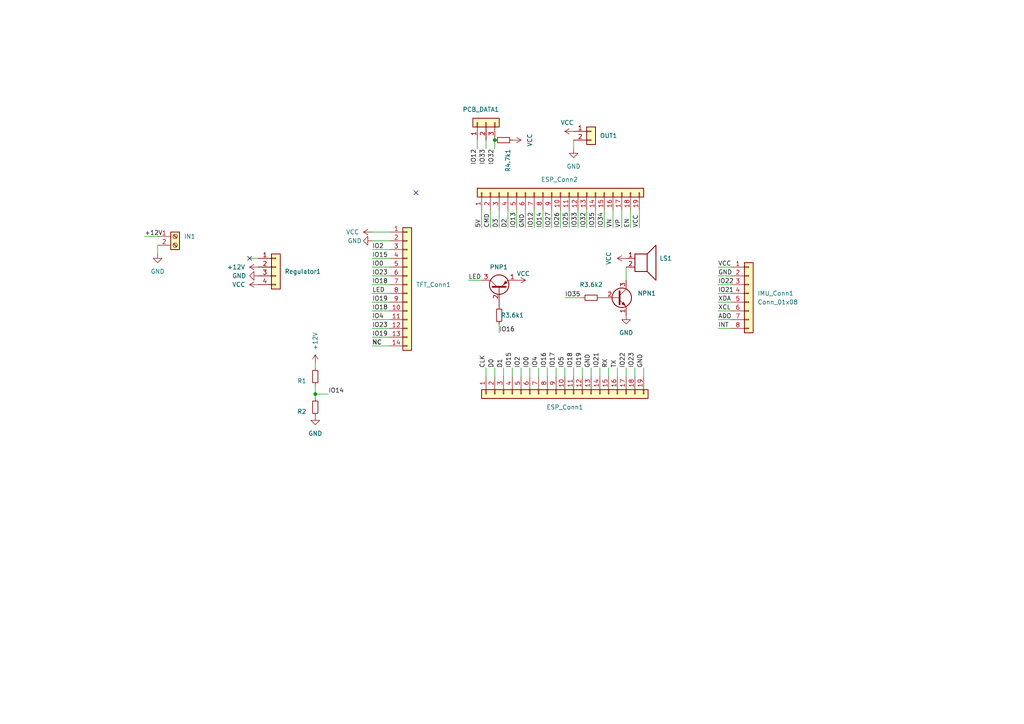
<source format=kicad_sch>
(kicad_sch (version 20211123) (generator eeschema)
  (paper "A4")
  (lib_symbols
    (symbol "Connector:Screw_Terminal_01x02" (pin_names (offset 1.016) hide)
      (property "Reference" "J" (at 0 2.54 0))
      (property "Value" "Screw_Terminal_01x02" (at 0 -5.08 0))
      (symbol "Screw_Terminal_01x02_1_1"
        (rectangle (start -1.27 1.27) (end 1.27 -3.81) (stroke (width 0.254)) (fill (type background)))
        (circle (center 0 -2.54) (radius 0.635) (stroke (width 0.1524)))
        (polyline (pts (xy -0.5334 -2.2098) (xy 0.3302 -3.048)) (stroke (width 0.1524)))
        (polyline (pts (xy -0.5334 0.3302) (xy 0.3302 -0.508)) (stroke (width 0.1524)))
        (polyline (pts (xy -0.3556 -2.032) (xy 0.508 -2.8702)) (stroke (width 0.1524)))
        (polyline (pts (xy -0.3556 0.508) (xy 0.508 -0.3302)) (stroke (width 0.1524)))
        (circle (center 0 0) (radius 0.635) (stroke (width 0.1524)))
        (pin passive line (at -5.08 0 0) (length 3.81) (name "Pin_1") (number "1"))
        (pin passive line (at -5.08 -2.54 0) (length 3.81) (name "Pin_2") (number "2"))
      )
    )
    (symbol "Connector_Generic:Conn_01x02" (pin_names (offset 1.016) hide)
      (property "Reference" "J" (at 0 2.54 0))
      (property "Value" "Conn_01x02" (at 0 -5.08 0))
      (symbol "Conn_01x02_1_1"
        (rectangle (start -1.27 -2.413) (end 0 -2.667) (stroke (width 0.1524)))
        (rectangle (start -1.27 0.127) (end 0 -0.127) (stroke (width 0.1524)))
        (rectangle (start -1.27 1.27) (end 1.27 -3.81) (stroke (width 0.254)) (fill (type background)))
        (pin passive line (at -5.08 0 0) (length 3.81) (name "Pin_1") (number "1"))
        (pin passive line (at -5.08 -2.54 0) (length 3.81) (name "Pin_2") (number "2"))
      )
    )
    (symbol "Connector_Generic:Conn_01x03" (pin_names (offset 1.016) hide)
      (property "Reference" "J" (at 0 5.08 0))
      (property "Value" "Conn_01x03" (at 0 -5.08 0))
      (symbol "Conn_01x03_1_1"
        (rectangle (start -1.27 -2.413) (end 0 -2.667) (stroke (width 0.1524)))
        (rectangle (start -1.27 0.127) (end 0 -0.127) (stroke (width 0.1524)))
        (rectangle (start -1.27 2.667) (end 0 2.413) (stroke (width 0.1524)))
        (rectangle (start -1.27 3.81) (end 1.27 -3.81) (stroke (width 0.254)) (fill (type background)))
        (pin passive line (at -5.08 2.54 0) (length 3.81) (name "Pin_1") (number "1"))
        (pin passive line (at -5.08 0 0) (length 3.81) (name "Pin_2") (number "2"))
        (pin passive line (at -5.08 -2.54 0) (length 3.81) (name "Pin_3") (number "3"))
      )
    )
    (symbol "Connector_Generic:Conn_01x04" (pin_names (offset 1.016) hide)
      (property "Reference" "J" (at 0 5.08 0))
      (property "Value" "Conn_01x04" (at 0 -7.62 0))
      (symbol "Conn_01x04_1_1"
        (rectangle (start -1.27 -4.953) (end 0 -5.207) (stroke (width 0.1524)))
        (rectangle (start -1.27 -2.413) (end 0 -2.667) (stroke (width 0.1524)))
        (rectangle (start -1.27 0.127) (end 0 -0.127) (stroke (width 0.1524)))
        (rectangle (start -1.27 2.667) (end 0 2.413) (stroke (width 0.1524)))
        (rectangle (start -1.27 3.81) (end 1.27 -6.35) (stroke (width 0.254)) (fill (type background)))
        (pin passive line (at -5.08 2.54 0) (length 3.81) (name "Pin_1") (number "1"))
        (pin passive line (at -5.08 0 0) (length 3.81) (name "Pin_2") (number "2"))
        (pin passive line (at -5.08 -2.54 0) (length 3.81) (name "Pin_3") (number "3"))
        (pin passive line (at -5.08 -5.08 0) (length 3.81) (name "Pin_4") (number "4"))
      )
    )
    (symbol "Connector_Generic:Conn_01x08" (pin_names (offset 1.016) hide)
      (property "Reference" "J" (at 0 10.16 0))
      (property "Value" "Conn_01x08" (at 0 -12.7 0))
      (symbol "Conn_01x08_1_1"
        (rectangle (start -1.27 -10.033) (end 0 -10.287) (stroke (width 0.1524)))
        (rectangle (start -1.27 -7.493) (end 0 -7.747) (stroke (width 0.1524)))
        (rectangle (start -1.27 -4.953) (end 0 -5.207) (stroke (width 0.1524)))
        (rectangle (start -1.27 -2.413) (end 0 -2.667) (stroke (width 0.1524)))
        (rectangle (start -1.27 0.127) (end 0 -0.127) (stroke (width 0.1524)))
        (rectangle (start -1.27 2.667) (end 0 2.413) (stroke (width 0.1524)))
        (rectangle (start -1.27 5.207) (end 0 4.953) (stroke (width 0.1524)))
        (rectangle (start -1.27 7.747) (end 0 7.493) (stroke (width 0.1524)))
        (rectangle (start -1.27 8.89) (end 1.27 -11.43) (stroke (width 0.254)) (fill (type background)))
        (pin passive line (at -5.08 7.62 0) (length 3.81) (name "Pin_1") (number "1"))
        (pin passive line (at -5.08 5.08 0) (length 3.81) (name "Pin_2") (number "2"))
        (pin passive line (at -5.08 2.54 0) (length 3.81) (name "Pin_3") (number "3"))
        (pin passive line (at -5.08 0 0) (length 3.81) (name "Pin_4") (number "4"))
        (pin passive line (at -5.08 -2.54 0) (length 3.81) (name "Pin_5") (number "5"))
        (pin passive line (at -5.08 -5.08 0) (length 3.81) (name "Pin_6") (number "6"))
        (pin passive line (at -5.08 -7.62 0) (length 3.81) (name "Pin_7") (number "7"))
        (pin passive line (at -5.08 -10.16 0) (length 3.81) (name "Pin_8") (number "8"))
      )
    )
    (symbol "Connector_Generic:Conn_01x14" (pin_names (offset 1.016) hide)
      (property "Reference" "J" (at 0 17.78 0))
      (property "Value" "Conn_01x14" (at 0 -20.32 0))
      (symbol "Conn_01x14_1_1"
        (rectangle (start -1.27 -17.653) (end 0 -17.907) (stroke (width 0.1524)))
        (rectangle (start -1.27 -15.113) (end 0 -15.367) (stroke (width 0.1524)))
        (rectangle (start -1.27 -12.573) (end 0 -12.827) (stroke (width 0.1524)))
        (rectangle (start -1.27 -10.033) (end 0 -10.287) (stroke (width 0.1524)))
        (rectangle (start -1.27 -7.493) (end 0 -7.747) (stroke (width 0.1524)))
        (rectangle (start -1.27 -4.953) (end 0 -5.207) (stroke (width 0.1524)))
        (rectangle (start -1.27 -2.413) (end 0 -2.667) (stroke (width 0.1524)))
        (rectangle (start -1.27 0.127) (end 0 -0.127) (stroke (width 0.1524)))
        (rectangle (start -1.27 2.667) (end 0 2.413) (stroke (width 0.1524)))
        (rectangle (start -1.27 5.207) (end 0 4.953) (stroke (width 0.1524)))
        (rectangle (start -1.27 7.747) (end 0 7.493) (stroke (width 0.1524)))
        (rectangle (start -1.27 10.287) (end 0 10.033) (stroke (width 0.1524)))
        (rectangle (start -1.27 12.827) (end 0 12.573) (stroke (width 0.1524)))
        (rectangle (start -1.27 15.367) (end 0 15.113) (stroke (width 0.1524)))
        (rectangle (start -1.27 16.51) (end 1.27 -19.05) (stroke (width 0.254)) (fill (type background)))
        (pin passive line (at -5.08 15.24 0) (length 3.81) (name "Pin_1") (number "1"))
        (pin passive line (at -5.08 -7.62 0) (length 3.81) (name "Pin_10") (number "10"))
        (pin passive line (at -5.08 -10.16 0) (length 3.81) (name "Pin_11") (number "11"))
        (pin passive line (at -5.08 -12.7 0) (length 3.81) (name "Pin_12") (number "12"))
        (pin passive line (at -5.08 -15.24 0) (length 3.81) (name "Pin_13") (number "13"))
        (pin passive line (at -5.08 -17.78 0) (length 3.81) (name "Pin_14") (number "14"))
        (pin passive line (at -5.08 12.7 0) (length 3.81) (name "Pin_2") (number "2"))
        (pin passive line (at -5.08 10.16 0) (length 3.81) (name "Pin_3") (number "3"))
        (pin passive line (at -5.08 7.62 0) (length 3.81) (name "Pin_4") (number "4"))
        (pin passive line (at -5.08 5.08 0) (length 3.81) (name "Pin_5") (number "5"))
        (pin passive line (at -5.08 2.54 0) (length 3.81) (name "Pin_6") (number "6"))
        (pin passive line (at -5.08 0 0) (length 3.81) (name "Pin_7") (number "7"))
        (pin passive line (at -5.08 -2.54 0) (length 3.81) (name "Pin_8") (number "8"))
        (pin passive line (at -5.08 -5.08 0) (length 3.81) (name "Pin_9") (number "9"))
      )
    )
    (symbol "Connector_Generic:Conn_01x19" (pin_names (offset 1.016) hide)
      (property "Reference" "J" (at 0 25.4 0))
      (property "Value" "Conn_01x19" (at 0 -25.4 0))
      (symbol "Conn_01x19_1_1"
        (rectangle (start -1.27 -22.733) (end 0 -22.987) (stroke (width 0.1524)))
        (rectangle (start -1.27 -20.193) (end 0 -20.447) (stroke (width 0.1524)))
        (rectangle (start -1.27 -17.653) (end 0 -17.907) (stroke (width 0.1524)))
        (rectangle (start -1.27 -15.113) (end 0 -15.367) (stroke (width 0.1524)))
        (rectangle (start -1.27 -12.573) (end 0 -12.827) (stroke (width 0.1524)))
        (rectangle (start -1.27 -10.033) (end 0 -10.287) (stroke (width 0.1524)))
        (rectangle (start -1.27 -7.493) (end 0 -7.747) (stroke (width 0.1524)))
        (rectangle (start -1.27 -4.953) (end 0 -5.207) (stroke (width 0.1524)))
        (rectangle (start -1.27 -2.413) (end 0 -2.667) (stroke (width 0.1524)))
        (rectangle (start -1.27 0.127) (end 0 -0.127) (stroke (width 0.1524)))
        (rectangle (start -1.27 2.667) (end 0 2.413) (stroke (width 0.1524)))
        (rectangle (start -1.27 5.207) (end 0 4.953) (stroke (width 0.1524)))
        (rectangle (start -1.27 7.747) (end 0 7.493) (stroke (width 0.1524)))
        (rectangle (start -1.27 10.287) (end 0 10.033) (stroke (width 0.1524)))
        (rectangle (start -1.27 12.827) (end 0 12.573) (stroke (width 0.1524)))
        (rectangle (start -1.27 15.367) (end 0 15.113) (stroke (width 0.1524)))
        (rectangle (start -1.27 17.907) (end 0 17.653) (stroke (width 0.1524)))
        (rectangle (start -1.27 20.447) (end 0 20.193) (stroke (width 0.1524)))
        (rectangle (start -1.27 22.987) (end 0 22.733) (stroke (width 0.1524)))
        (rectangle (start -1.27 24.13) (end 1.27 -24.13) (stroke (width 0.254)) (fill (type background)))
        (pin passive line (at -5.08 22.86 0) (length 3.81) (name "Pin_1") (number "1"))
        (pin passive line (at -5.08 0 0) (length 3.81) (name "Pin_10") (number "10"))
        (pin passive line (at -5.08 -2.54 0) (length 3.81) (name "Pin_11") (number "11"))
        (pin passive line (at -5.08 -5.08 0) (length 3.81) (name "Pin_12") (number "12"))
        (pin passive line (at -5.08 -7.62 0) (length 3.81) (name "Pin_13") (number "13"))
        (pin passive line (at -5.08 -10.16 0) (length 3.81) (name "Pin_14") (number "14"))
        (pin passive line (at -5.08 -12.7 0) (length 3.81) (name "Pin_15") (number "15"))
        (pin passive line (at -5.08 -15.24 0) (length 3.81) (name "Pin_16") (number "16"))
        (pin passive line (at -5.08 -17.78 0) (length 3.81) (name "Pin_17") (number "17"))
        (pin passive line (at -5.08 -20.32 0) (length 3.81) (name "Pin_18") (number "18"))
        (pin passive line (at -5.08 -22.86 0) (length 3.81) (name "Pin_19") (number "19"))
        (pin passive line (at -5.08 20.32 0) (length 3.81) (name "Pin_2") (number "2"))
        (pin passive line (at -5.08 17.78 0) (length 3.81) (name "Pin_3") (number "3"))
        (pin passive line (at -5.08 15.24 0) (length 3.81) (name "Pin_4") (number "4"))
        (pin passive line (at -5.08 12.7 0) (length 3.81) (name "Pin_5") (number "5"))
        (pin passive line (at -5.08 10.16 0) (length 3.81) (name "Pin_6") (number "6"))
        (pin passive line (at -5.08 7.62 0) (length 3.81) (name "Pin_7") (number "7"))
        (pin passive line (at -5.08 5.08 0) (length 3.81) (name "Pin_8") (number "8"))
        (pin passive line (at -5.08 2.54 0) (length 3.81) (name "Pin_9") (number "9"))
      )
    )
    (symbol "Device:R_Small" (pin_numbers hide) (pin_names (offset 0.254) hide)
      (property "Reference" "R" (at 0.762 0.508 0))
      (property "Value" "R_Small" (at 0.762 -1.016 0))
      (symbol "R_Small_0_1"
        (rectangle (start -0.762 1.778) (end 0.762 -1.778) (stroke (width 0.2032)))
      )
      (symbol "R_Small_1_1"
        (pin passive line (at 0 2.54 270) (length 0.762) (name "~") (number "1"))
        (pin passive line (at 0 -2.54 90) (length 0.762) (name "~") (number "2"))
      )
    )
    (symbol "Device:Speaker" (pin_names (offset 0) hide)
      (property "Reference" "LS" (at 1.27 5.715 0))
      (property "Value" "Speaker" (at 1.27 3.81 0))
      (symbol "Speaker_0_0"
        (rectangle (start -2.54 1.27) (end 1.016 -3.81) (stroke (width 0.254)))
        (polyline (pts (xy 1.016 1.27) (xy 3.556 3.81) (xy 3.556 -6.35) (xy 1.016 -3.81)) (stroke (width 0.254)))
      )
      (symbol "Speaker_1_1"
        (pin input line (at -5.08 0 0) (length 2.54) (name "1") (number "1"))
        (pin input line (at -5.08 -2.54 0) (length 2.54) (name "2") (number "2"))
      )
    )
    (symbol "Transistor_BJT:2N3904" (pin_names (offset 0) hide)
      (property "Reference" "Q" (at 5.08 1.905 0))
      (property "Value" "2N3904" (at 5.08 0 0))
      (symbol "2N3904_0_1"
        (polyline (pts (xy 0.635 0.635) (xy 2.54 2.54)))
        (polyline (pts (xy 0.635 -0.635) (xy 2.54 -2.54) (xy 2.54 -2.54)))
        (polyline (pts (xy 0.635 1.905) (xy 0.635 -1.905) (xy 0.635 -1.905)) (stroke (width 0.508)))
        (polyline (pts (xy 1.27 -1.778) (xy 1.778 -1.27) (xy 2.286 -2.286) (xy 1.27 -1.778) (xy 1.27 -1.778)) (fill (type outline)))
        (circle (center 1.27 0) (radius 2.8194) (stroke (width 0.254)))
      )
      (symbol "2N3904_1_1"
        (pin passive line (at 2.54 -5.08 90) (length 2.54) (name "E") (number "1"))
        (pin passive line (at -5.08 0 0) (length 5.715) (name "B") (number "2"))
        (pin passive line (at 2.54 5.08 270) (length 2.54) (name "C") (number "3"))
      )
    )
    (symbol "Transistor_BJT:2N3906" (pin_names (offset 0) hide)
      (property "Reference" "Q" (at 5.08 1.905 0))
      (property "Value" "2N3906" (at 5.08 0 0))
      (symbol "2N3906_0_1"
        (polyline (pts (xy 0.635 0.635) (xy 2.54 2.54)))
        (polyline (pts (xy 0.635 -0.635) (xy 2.54 -2.54) (xy 2.54 -2.54)))
        (polyline (pts (xy 0.635 1.905) (xy 0.635 -1.905) (xy 0.635 -1.905)) (stroke (width 0.508)))
        (polyline (pts (xy 2.286 -1.778) (xy 1.778 -2.286) (xy 1.27 -1.27) (xy 2.286 -1.778) (xy 2.286 -1.778)) (fill (type outline)))
        (circle (center 1.27 0) (radius 2.8194) (stroke (width 0.254)))
      )
      (symbol "2N3906_1_1"
        (pin passive line (at 2.54 -5.08 90) (length 2.54) (name "E") (number "1"))
        (pin input line (at -5.08 0 0) (length 5.715) (name "B") (number "2"))
        (pin passive line (at 2.54 5.08 270) (length 2.54) (name "C") (number "3"))
      )
    )
    (symbol "power:+12V" (power) (pin_names (offset 0))
      (property "Value" "+12V" (at 0 3.556 0))
      (symbol "+12V_0_1"
        (polyline (pts (xy -0.762 1.27) (xy 0 2.54)))
        (polyline (pts (xy 0 0) (xy 0 2.54)))
        (polyline (pts (xy 0 2.54) (xy 0.762 1.27)))
      )
      (symbol "+12V_1_1"
        (pin power_in line (at 0 0 90) (length 0) hide (name "+12V") (number "1"))
      )
    )
    (symbol "power:GND" (power) (pin_names (offset 0))
      (property "Value" "GND" (at 0 -3.81 0))
      (symbol "GND_0_1"
        (polyline (pts (xy 0 0) (xy 0 -1.27) (xy 1.27 -1.27) (xy 0 -2.54) (xy -1.27 -1.27) (xy 0 -1.27)))
      )
      (symbol "GND_1_1"
        (pin power_in line (at 0 0 270) (length 0) hide (name "GND") (number "1"))
      )
    )
    (symbol "power:VCC" (power) (pin_names (offset 0))
      (property "Value" "VCC" (at 0 3.81 0))
      (symbol "VCC_0_1"
        (polyline (pts (xy -0.762 1.27) (xy 0 2.54)))
        (polyline (pts (xy 0 0) (xy 0 2.54)))
        (polyline (pts (xy 0 2.54) (xy 0.762 1.27)))
      )
      (symbol "VCC_1_1"
        (pin power_in line (at 0 0 90) (length 0) hide (name "VCC") (number "1"))
      )
    )
  )
  (junction (at 143.51 40.64))
  (junction (at 91.44 114.3))
  (no_connect (at 120.65 55.88))
  (no_connect (at 72.39 74.93))
  (wire (pts (xy 186.69 109.22) (xy 186.69 106.68)))
  (wire (pts (xy 162.56 60.96) (xy 162.56 66.04)))
  (wire (pts (xy 113.03 80.01) (xy 107.95 80.01)))
  (wire (pts (xy 91.44 114.3) (xy 95.25 114.3)))
  (wire (pts (xy 113.03 95.25) (xy 107.95 95.25)))
  (wire (pts (xy 113.03 72.39) (xy 107.95 72.39)))
  (wire (pts (xy 181.61 109.22) (xy 181.61 106.68)))
  (wire (pts (xy 148.59 109.22) (xy 148.59 106.68)))
  (wire (pts (xy 208.28 80.01) (xy 212.09 80.01)))
  (wire (pts (xy 152.4 60.96) (xy 152.4 66.04)))
  (wire (pts (xy 113.03 74.93) (xy 107.95 74.93)))
  (wire (pts (xy 185.42 60.96) (xy 185.42 66.04)))
  (wire (pts (xy 208.28 85.09) (xy 212.09 85.09)))
  (wire (pts (xy 45.72 71.12) (xy 45.72 73.66)))
  (wire (pts (xy 208.28 92.71) (xy 212.09 92.71)))
  (wire (pts (xy 181.61 77.47) (xy 181.61 81.28)))
  (wire (pts (xy 161.29 109.22) (xy 161.29 106.68)))
  (wire (pts (xy 91.44 111.76) (xy 91.44 114.3)))
  (wire (pts (xy 113.03 87.63) (xy 107.95 87.63)))
  (wire (pts (xy 163.83 86.36) (xy 168.91 86.36)))
  (wire (pts (xy 176.53 109.22) (xy 176.53 106.68)))
  (wire (pts (xy 182.88 60.96) (xy 182.88 66.04)))
  (wire (pts (xy 147.32 60.96) (xy 147.32 66.04)))
  (wire (pts (xy 107.95 92.71) (xy 113.03 92.71)))
  (wire (pts (xy 140.97 109.22) (xy 140.97 106.68)))
  (wire (pts (xy 208.28 87.63) (xy 212.09 87.63)))
  (wire (pts (xy 170.18 60.96) (xy 170.18 66.04)))
  (wire (pts (xy 143.51 109.22) (xy 143.51 106.68)))
  (wire (pts (xy 139.7 81.28) (xy 135.89 81.28)))
  (wire (pts (xy 153.67 109.22) (xy 153.67 106.68)))
  (wire (pts (xy 167.64 60.96) (xy 167.64 66.04)))
  (wire (pts (xy 175.26 60.96) (xy 175.26 66.04)))
  (wire (pts (xy 144.78 60.96) (xy 144.78 66.04)))
  (wire (pts (xy 208.28 77.47) (xy 212.09 77.47)))
  (wire (pts (xy 139.7 60.96) (xy 139.7 66.04)))
  (wire (pts (xy 107.95 90.17) (xy 113.03 90.17)))
  (wire (pts (xy 138.43 43.18) (xy 138.43 40.64)))
  (wire (pts (xy 163.83 109.22) (xy 163.83 106.68)))
  (wire (pts (xy 113.03 77.47) (xy 107.95 77.47)))
  (wire (pts (xy 165.1 60.96) (xy 165.1 66.04)))
  (wire (pts (xy 179.07 109.22) (xy 179.07 106.68)))
  (wire (pts (xy 158.75 109.22) (xy 158.75 106.68)))
  (wire (pts (xy 41.91 68.58) (xy 45.72 68.58)))
  (wire (pts (xy 113.03 69.85) (xy 107.95 69.85)))
  (wire (pts (xy 208.28 82.55) (xy 212.09 82.55)))
  (wire (pts (xy 151.13 109.22) (xy 151.13 106.68)))
  (wire (pts (xy 180.34 60.96) (xy 180.34 66.04)))
  (wire (pts (xy 208.28 90.17) (xy 212.09 90.17)))
  (wire (pts (xy 177.8 60.96) (xy 177.8 66.04)))
  (wire (pts (xy 142.24 60.96) (xy 142.24 66.04)))
  (wire (pts (xy 91.44 114.3) (xy 91.44 115.57)))
  (wire (pts (xy 149.86 60.96) (xy 149.86 66.04)))
  (wire (pts (xy 113.03 97.79) (xy 107.95 97.79)))
  (wire (pts (xy 144.78 93.98) (xy 144.78 96.52)))
  (wire (pts (xy 173.99 109.22) (xy 173.99 106.68)))
  (wire (pts (xy 156.21 109.22) (xy 156.21 106.68)))
  (wire (pts (xy 72.39 74.93) (xy 74.93 74.93)))
  (wire (pts (xy 140.97 43.18) (xy 140.97 40.64)))
  (wire (pts (xy 157.48 60.96) (xy 157.48 66.04)))
  (wire (pts (xy 166.37 40.64) (xy 166.37 43.18)))
  (wire (pts (xy 154.94 60.96) (xy 154.94 66.04)))
  (wire (pts (xy 113.03 85.09) (xy 107.95 85.09)))
  (wire (pts (xy 168.91 109.22) (xy 168.91 106.68)))
  (wire (pts (xy 107.95 100.33) (xy 113.03 100.33)))
  (wire (pts (xy 160.02 60.96) (xy 160.02 66.04)))
  (wire (pts (xy 107.95 67.31) (xy 113.03 67.31)))
  (wire (pts (xy 91.44 106.68) (xy 91.44 105.41)))
  (wire (pts (xy 113.03 82.55) (xy 107.95 82.55)))
  (wire (pts (xy 166.37 109.22) (xy 166.37 106.68)))
  (wire (pts (xy 172.72 60.96) (xy 172.72 66.04)))
  (wire (pts (xy 171.45 109.22) (xy 171.45 106.68)))
  (wire (pts (xy 143.51 43.18) (xy 143.51 40.64)))
  (wire (pts (xy 208.28 95.25) (xy 212.09 95.25)))
  (wire (pts (xy 184.15 109.22) (xy 184.15 106.68)))
  (wire (pts (xy 146.05 109.22) (xy 146.05 106.68)))
  (label "EN" (at 182.88 66.04 90))
  (label "IO19" (at 168.91 106.68 90))
  (label "IO18" (at 107.95 82.55 0))
  (label "XCL" (at 208.28 90.17 0))
  (label "IO32" (at 143.51 43.18 270))
  (label "IO35" (at 172.72 66.04 90))
  (label "IO23" (at 107.95 80.01 0))
  (label "IO18" (at 107.95 90.17 0))
  (label "LED" (at 135.89 81.28 0))
  (label "IO2" (at 151.13 106.68 90))
  (label "IO33" (at 140.97 43.18 270))
  (label "INT" (at 208.28 95.25 0))
  (label "XDA" (at 208.28 87.63 0))
  (label "+12V" (at 41.91 68.58 0))
  (label "RX" (at 176.53 106.68 90))
  (label "IO19" (at 107.95 97.79 0))
  (label "IO26" (at 162.56 66.04 90))
  (label "IO23" (at 184.15 106.68 90))
  (label "IO27" (at 160.02 66.04 90))
  (label "IO0" (at 107.95 77.47 0))
  (label "IO14" (at 95.25 114.3 0))
  (label "IO14" (at 157.48 66.04 90))
  (label "GND" (at 186.69 106.68 90))
  (label "CMD" (at 142.24 66.04 90))
  (label "D2" (at 147.32 66.04 90))
  (label "IO33" (at 167.64 66.04 90))
  (label "D3" (at 144.78 66.04 90))
  (label "IO17" (at 161.29 106.68 90))
  (label "VCC" (at 208.28 77.47 0))
  (label "IO15" (at 148.59 106.68 90))
  (label "IO16" (at 144.78 96.52 0))
  (label "IO12" (at 154.94 66.04 90))
  (label "GND" (at 171.45 106.68 90))
  (label "IO4" (at 156.21 106.68 90))
  (label "NC" (at 107.95 100.33 0))
  (label "GND" (at 208.28 80.01 0))
  (label "VCC" (at 185.42 66.04 90))
  (label "IO18" (at 166.37 106.68 90))
  (label "IO23" (at 107.95 95.25 0))
  (label "IO25" (at 165.1 66.04 90))
  (label "D1" (at 146.05 106.68 90))
  (label "IO21" (at 173.99 106.68 90))
  (label "IO16" (at 158.75 106.68 90))
  (label "IO19" (at 107.95 87.63 0))
  (label "VP" (at 180.34 66.04 90))
  (label "CLK" (at 140.97 106.68 90))
  (label "GND" (at 152.4 66.04 90))
  (label "IO12" (at 138.43 43.18 270))
  (label "IO22" (at 208.28 82.55 0))
  (label "IO22" (at 181.61 106.68 90))
  (label "IO5" (at 163.83 106.68 90))
  (label "IO21" (at 208.28 85.09 0))
  (label "VN" (at 177.8 66.04 90))
  (label "IO15" (at 107.95 74.93 0))
  (label "IO4" (at 107.95 92.71 0))
  (label "IO2" (at 107.95 72.39 0))
  (label "IO35" (at 163.83 86.36 0))
  (label "NC" (at 107.95 100.33 0))
  (label "5V" (at 139.7 66.04 90))
  (label "IO13" (at 149.86 66.04 90))
  (label "ADO" (at 208.28 92.71 0))
  (label "LED" (at 107.95 85.09 0))
  (label "IO0" (at 153.67 106.68 90))
  (label "D0" (at 143.51 106.68 90))
  (label "IO32" (at 170.18 66.04 90))
  (label "TX" (at 179.07 106.68 90))
  (label "IO34" (at 175.26 66.04 90))
  (symbol (lib_id "Device:R_Small") (at 146.05 40.64 270) (unit 1)
    (property "Reference" "R4.7k1" (at 147.3201 43.18 0) (effects (justify left)))
    (property "Value" "R_Small" (effects hide))
    (property "Footprint" "Resistor_THT:R_Axial_DIN0207_L6.3mm_D2.5mm_P7.62mm_Horizontal" (effects hide))
  )
  (symbol (lib_id "power:VCC") (at 149.86 81.28 270) (unit 1)
    (property "Reference" "#PWR0106" (effects hide))
    (property "Value" "VCC" (at 151.765 79.375 90))
  )
  (symbol (lib_id "Connector_Generic:Conn_01x03") (at 140.97 35.56 90) (unit 1)
    (property "Reference" "PCB_DATA1" (at 144.78 31.75 90) (effects (justify left)))
    (property "Value" "Conn_01x03" (effects hide))
    (property "Footprint" "Connector_PinHeader_2.54mm:PinHeader_1x03_P2.54mm_Horizontal" (effects hide))
  )
  (symbol (lib_id "Device:R_Small") (at 171.45 86.36 270) (unit 1)
    (property "Reference" "R3.6k2" (at 171.45 82.55 90))
    (property "Value" "R_Small" (effects hide))
    (property "Footprint" "Resistor_THT:R_Axial_DIN0207_L6.3mm_D2.5mm_P7.62mm_Horizontal" (effects hide))
  )
  (symbol (lib_id "Connector_Generic:Conn_01x19") (at 163.83 114.3 90) (mirror x) (unit 1)
    (property "Reference" "ESP_Conn1" (at 163.83 118.11 90))
    (property "Value" "Conn_01x19" (effects hide))
    (property "Footprint" "Connector_PinSocket_2.54mm:PinSocket_1x19_P2.54mm_Vertical" (effects hide))
  )
  (symbol (lib_id "Connector_Generic:Conn_01x08") (at 217.17 85.09 0) (unit 1)
    (property "Reference" "IMU_Conn1" (at 219.71 85.0899 0) (effects (justify left)))
    (property "Value" "Conn_01x08" (at 219.71 87.6299 0) (effects (justify left)))
    (property "Footprint" "Connector_PinSocket_2.54mm:PinSocket_1x08_P2.54mm_Vertical" (effects hide))
  )
  (symbol (lib_id "power:GND") (at 181.61 91.44 0) (unit 1)
    (property "Reference" "#PWR0105" (effects hide))
    (property "Value" "GND" (at 181.61 96.52 0))
  )
  (symbol (lib_id "Device:R_Small") (at 91.44 109.22 180) (unit 1)
    (property "Reference" "R1" (at 88.9 110.4901 0) (effects (justify left)))
    (property "Value" "R_Small" (effects hide))
    (property "Footprint" "Resistor_THT:R_Axial_DIN0207_L6.3mm_D2.5mm_P7.62mm_Horizontal" (effects hide))
  )
  (symbol (lib_id "power:VCC") (at 181.61 74.93 90) (unit 1)
    (property "Reference" "#PWR0104" (effects hide))
    (property "Value" "VCC" (at 176.53 74.93 0))
  )
  (symbol (lib_id "Connector_Generic:Conn_01x04") (at 80.01 77.47 0) (unit 1)
    (property "Reference" "Regulator1" (at 82.55 78.7399 0) (effects (justify left)))
    (property "Value" "Conn_01x04" (effects hide))
    (property "Footprint" "Connector_PinSocket_2.54mm:PinSocket_1x04_P2.54mm_Vertical" (effects hide))
  )
  (symbol (lib_id "power:GND") (at 74.93 80.01 270) (unit 1)
    (property "Reference" "#PWR0115" (effects hide))
    (property "Value" "GND" (at 67.31 80.01 90) (effects (justify left)))
  )
  (symbol (lib_id "power:+12V") (at 74.93 77.47 90) (unit 1)
    (property "Reference" "#PWR0113" (effects hide))
    (property "Value" "+12V" (at 71.12 77.4699 90) (effects (justify left)))
  )
  (symbol (lib_id "Connector_Generic:Conn_01x19") (at 162.56 55.88 90) (unit 1)
    (property "Reference" "ESP_Conn2" (at 167.64 52.07 90) (effects (justify left)))
    (property "Value" "Conn_01x19" (effects hide))
    (property "Footprint" "Connector_PinSocket_2.54mm:PinSocket_1x19_P2.54mm_Vertical" (effects hide))
  )
  (symbol (lib_id "Transistor_BJT:2N3904") (at 179.07 86.36 0) (unit 1)
    (property "Reference" "NPN1" (at 184.912 85.0899 0) (effects (justify left)))
    (property "Value" "2N3904" (effects hide))
    (property "Footprint" "Package_TO_SOT_THT:TO-92_Wide" (effects hide))
    (property "Datasheet" "https://www.onsemi.com/pub/Collateral/2N3903-D.PDF" (effects hide))
  )
  (symbol (lib_id "power:VCC") (at 166.37 38.1 90) (unit 1)
    (property "Reference" "#PWR0101" (effects hide))
    (property "Value" "VCC" (at 162.56 35.56 90) (effects (justify right)))
  )
  (symbol (lib_id "Connector:Screw_Terminal_01x02") (at 50.8 68.58 0) (unit 1)
    (property "Reference" "IN1" (at 53.34 68.5799 0) (effects (justify left)))
    (property "Value" "Screw_Terminal_01x02" (effects hide))
    (property "Footprint" "TerminalBlock:TerminalBlock_bornier-2_P5.08mm" (effects hide))
  )
  (symbol (lib_id "power:GND") (at 45.72 73.66 0) (unit 1)
    (property "Reference" "#PWR0116" (effects hide))
    (property "Value" "GND" (at 45.72 78.74 0))
  )
  (symbol (lib_id "power:GND") (at 166.37 43.18 0) (unit 1)
    (property "Reference" "#PWR0117" (effects hide))
    (property "Value" "GND" (at 166.37 48.26 0))
  )
  (symbol (lib_id "power:VCC") (at 107.95 67.31 90) (unit 1)
    (property "Reference" "#PWR0108" (effects hide))
    (property "Value" "VCC" (at 100.33 67.31 90) (effects (justify right)))
  )
  (symbol (lib_id "Connector_Generic:Conn_01x02") (at 171.45 38.1 0) (unit 1)
    (property "Reference" "OUT1" (at 173.99 39.3699 0) (effects (justify left)))
    (property "Value" "Conn_01x02" (effects hide))
    (property "Footprint" "Connector_PinHeader_2.54mm:PinHeader_1x02_P2.54mm_Horizontal" (effects hide))
  )
  (symbol (lib_id "Device:R_Small") (at 144.78 91.44 180) (unit 1)
    (property "Reference" "R3.6k1" (at 148.59 91.44 0))
    (property "Value" "R_Small" (effects hide))
    (property "Footprint" "Resistor_THT:R_Axial_DIN0207_L6.3mm_D2.5mm_P7.62mm_Horizontal" (effects hide))
  )
  (symbol (lib_id "Device:R_Small") (at 91.44 118.11 180) (unit 1)
    (property "Reference" "R2" (at 88.9 119.3801 0) (effects (justify left)))
    (property "Value" "R_Small" (effects hide))
    (property "Footprint" "Resistor_THT:R_Axial_DIN0207_L6.3mm_D2.5mm_P7.62mm_Horizontal" (effects hide))
  )
  (symbol (lib_id "power:GND") (at 107.95 69.85 270) (unit 1)
    (property "Reference" "#PWR0107" (effects hide))
    (property "Value" "GND" (at 102.87 69.85 90))
  )
  (symbol (lib_id "power:+12V") (at 91.44 105.41 0) (unit 1)
    (property "Reference" "#PWR0111" (effects hide))
    (property "Value" "+12V" (at 91.4401 101.6 90) (effects (justify left)))
  )
  (symbol (lib_id "Transistor_BJT:2N3906") (at 144.78 83.82 90) (unit 1)
    (property "Reference" "PNP1" (at 147.32 77.47 90) (effects (justify left)))
    (property "Value" "2N3906" (effects hide))
    (property "Footprint" "Package_TO_SOT_THT:TO-92_Wide" (effects hide))
    (property "Datasheet" "https://www.onsemi.com/pub/Collateral/2N3906-D.PDF" (effects hide))
  )
  (symbol (lib_id "power:GND") (at 91.44 120.65 0) (unit 1)
    (property "Reference" "#PWR0110" (effects hide))
    (property "Value" "GND" (at 91.44 125.73 0))
  )
  (symbol (lib_id "Device:Speaker") (at 186.69 74.93 0) (unit 1)
    (property "Reference" "LS1" (at 191.262 74.9299 0) (effects (justify left)))
    (property "Value" "Speaker" (effects hide))
    (property "Footprint" "Resistor_THT:R_Axial_DIN0207_L6.3mm_D2.5mm_P7.62mm_Horizontal" (effects hide))
  )
  (symbol (lib_id "Connector_Generic:Conn_01x14") (at 118.11 82.55 0) (unit 1)
    (property "Reference" "TFT_Conn1" (at 120.65 82.5499 0) (effects (justify left)))
    (property "Value" "Conn_01x14" (effects hide))
    (property "Footprint" "Connector_PinSocket_2.54mm:PinSocket_1x14_P2.54mm_Vertical" (effects hide))
  )
  (symbol (lib_id "power:VCC") (at 74.93 82.55 90) (unit 1)
    (property "Reference" "#PWR0114" (effects hide))
    (property "Value" "VCC" (at 67.31 82.55 90) (effects (justify right)))
  )
  (symbol (lib_id "power:VCC") (at 148.59 40.64 270) (unit 1)
    (property "Reference" "#PWR0103" (effects hide))
    (property "Value" "VCC" (at 153.67 40.64 0))
  )
)
</source>
